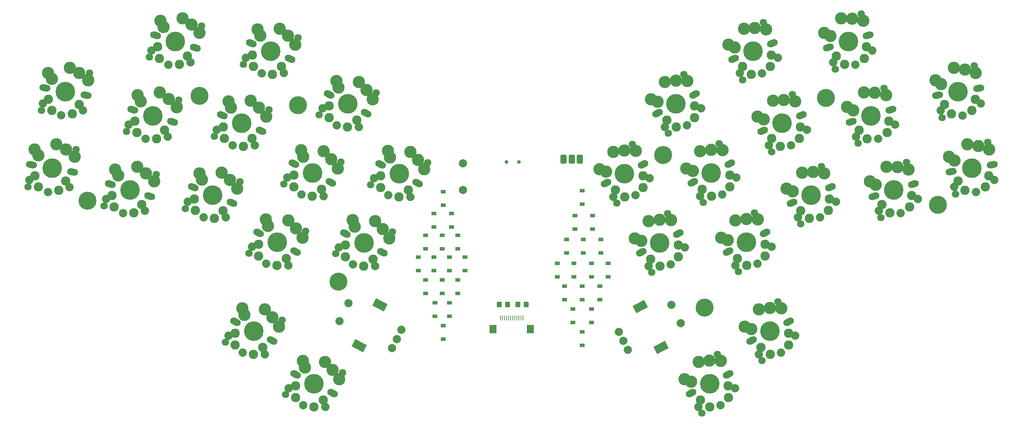
<source format=gbr>
%TF.GenerationSoftware,KiCad,Pcbnew,(6.0.4)*%
%TF.CreationDate,2022-08-23T16:04:26+02:00*%
%TF.ProjectId,Asfoora,4173666f-6f72-4612-9e6b-696361645f70,rev?*%
%TF.SameCoordinates,Original*%
%TF.FileFunction,Soldermask,Top*%
%TF.FilePolarity,Negative*%
%FSLAX46Y46*%
G04 Gerber Fmt 4.6, Leading zero omitted, Abs format (unit mm)*
G04 Created by KiCad (PCBNEW (6.0.4)) date 2022-08-23 16:04:26*
%MOMM*%
%LPD*%
G01*
G04 APERTURE LIST*
G04 Aperture macros list*
%AMRoundRect*
0 Rectangle with rounded corners*
0 $1 Rounding radius*
0 $2 $3 $4 $5 $6 $7 $8 $9 X,Y pos of 4 corners*
0 Add a 4 corners polygon primitive as box body*
4,1,4,$2,$3,$4,$5,$6,$7,$8,$9,$2,$3,0*
0 Add four circle primitives for the rounded corners*
1,1,$1+$1,$2,$3*
1,1,$1+$1,$4,$5*
1,1,$1+$1,$6,$7*
1,1,$1+$1,$8,$9*
0 Add four rect primitives between the rounded corners*
20,1,$1+$1,$2,$3,$4,$5,0*
20,1,$1+$1,$4,$5,$6,$7,0*
20,1,$1+$1,$6,$7,$8,$9,0*
20,1,$1+$1,$8,$9,$2,$3,0*%
%AMHorizOval*
0 Thick line with rounded ends*
0 $1 width*
0 $2 $3 position (X,Y) of the first rounded end (center of the circle)*
0 $4 $5 position (X,Y) of the second rounded end (center of the circle)*
0 Add line between two ends*
20,1,$1,$2,$3,$4,$5,0*
0 Add two circle primitives to create the rounded ends*
1,1,$1,$2,$3*
1,1,$1,$4,$5*%
%AMRotRect*
0 Rectangle, with rotation*
0 The origin of the aperture is its center*
0 $1 length*
0 $2 width*
0 $3 Rotation angle, in degrees counterclockwise*
0 Add horizontal line*
21,1,$1,$2,0,0,$3*%
G04 Aperture macros list end*
%ADD10C,0.700000*%
%ADD11C,4.400000*%
%ADD12C,3.000000*%
%ADD13C,4.800000*%
%ADD14HorizOval,1.701800X0.492404X-0.086824X-0.492404X0.086824X0*%
%ADD15C,1.800000*%
%ADD16HorizOval,1.706624X0.490029X-0.086405X-0.490029X0.086405X0*%
%ADD17C,2.032000*%
%ADD18C,2.286000*%
%ADD19HorizOval,1.706624X0.443354X0.225900X-0.443354X-0.225900X0*%
%ADD20HorizOval,1.701800X0.445503X0.226995X-0.445503X-0.226995X0*%
%ADD21R,1.200000X0.900000*%
%ADD22RoundRect,0.250000X0.350000X0.450000X-0.350000X0.450000X-0.350000X-0.450000X0.350000X-0.450000X0*%
%ADD23HorizOval,1.701800X0.463592X-0.187303X-0.463592X0.187303X0*%
%ADD24HorizOval,1.706624X0.461356X-0.186400X-0.461356X0.186400X0*%
%ADD25HorizOval,1.706624X0.443354X-0.225900X-0.443354X0.225900X0*%
%ADD26HorizOval,1.701800X0.445503X-0.226995X-0.445503X0.226995X0*%
%ADD27R,0.280000X1.250000*%
%ADD28R,1.800000X2.000000*%
%ADD29C,2.000000*%
%ADD30RotRect,3.200000X2.000000X27.000000*%
%ADD31HorizOval,1.701800X0.478152X0.146186X-0.478152X-0.146186X0*%
%ADD32HorizOval,1.706624X0.475846X0.145481X-0.475846X-0.145481X0*%
%ADD33HorizOval,1.701800X0.463592X0.187303X-0.463592X-0.187303X0*%
%ADD34HorizOval,1.706624X0.461356X0.186400X-0.461356X-0.186400X0*%
%ADD35RoundRect,0.250000X-0.350000X-0.450000X0.350000X-0.450000X0.350000X0.450000X-0.350000X0.450000X0*%
%ADD36HorizOval,1.706624X0.490029X0.086405X-0.490029X-0.086405X0*%
%ADD37HorizOval,1.701800X0.492404X0.086824X-0.492404X-0.086824X0*%
%ADD38HorizOval,1.706624X0.475846X-0.145481X-0.475846X0.145481X0*%
%ADD39HorizOval,1.701800X0.478152X-0.146186X-0.478152X0.146186X0*%
%ADD40RotRect,3.200000X2.000000X153.000000*%
%ADD41RoundRect,0.375000X0.375000X0.750000X-0.375000X0.750000X-0.375000X-0.750000X0.375000X-0.750000X0*%
%ADD42C,0.900000*%
G04 APERTURE END LIST*
D10*
%TO.C,*%
X102234000Y-59436000D03*
X101750726Y-60602726D03*
X101750726Y-58269274D03*
X100584000Y-61086000D03*
X99417274Y-58269274D03*
D11*
X100584000Y-59436000D03*
D10*
X98934000Y-59436000D03*
X100584000Y-57786000D03*
X99417274Y-60602726D03*
%TD*%
%TO.C,*%
X50672000Y-82804000D03*
X50188726Y-83970726D03*
X50188726Y-81637274D03*
X49022000Y-84454000D03*
X47855274Y-81637274D03*
D11*
X49022000Y-82804000D03*
D10*
X47372000Y-82804000D03*
X49022000Y-81154000D03*
X47855274Y-83970726D03*
%TD*%
%TO.C,*%
X258952000Y-83820000D03*
X258468726Y-84986726D03*
X258468726Y-82653274D03*
X257302000Y-85470000D03*
X256135274Y-82653274D03*
D11*
X257302000Y-83820000D03*
D10*
X255652000Y-83820000D03*
X257302000Y-82170000D03*
X256135274Y-84986726D03*
%TD*%
%TO.C,*%
X191642000Y-71628000D03*
X191158726Y-72794726D03*
X191158726Y-70461274D03*
X189992000Y-73278000D03*
X188825274Y-70461274D03*
D11*
X189992000Y-71628000D03*
D10*
X188342000Y-71628000D03*
X189992000Y-69978000D03*
X188825274Y-72794726D03*
%TD*%
%TO.C,*%
X78104000Y-57150000D03*
X77620726Y-58316726D03*
X77620726Y-55983274D03*
X76454000Y-58800000D03*
X75287274Y-55983274D03*
D11*
X76454000Y-57150000D03*
D10*
X74804000Y-57150000D03*
X76454000Y-55500000D03*
X75287274Y-58316726D03*
%TD*%
%TO.C,*%
X231520000Y-57658000D03*
X231036726Y-58824726D03*
X231036726Y-56491274D03*
X229870000Y-59308000D03*
X228703274Y-56491274D03*
D11*
X229870000Y-57658000D03*
D10*
X228220000Y-57658000D03*
X229870000Y-56008000D03*
X228703274Y-58824726D03*
%TD*%
%TO.C,*%
X201802000Y-108966000D03*
X201318726Y-110132726D03*
X201318726Y-107799274D03*
X200152000Y-110616000D03*
X198985274Y-107799274D03*
D11*
X200152000Y-108966000D03*
D10*
X198502000Y-108966000D03*
X200152000Y-107316000D03*
X198985274Y-110132726D03*
%TD*%
%TO.C,*%
X111656726Y-101449274D03*
X110490000Y-100966000D03*
X110490000Y-104266000D03*
X109323274Y-103782726D03*
D11*
X110490000Y-102616000D03*
D10*
X109323274Y-101449274D03*
X111656726Y-103782726D03*
X112140000Y-102616000D03*
X108840000Y-102616000D03*
%TD*%
D12*
%TO.C,SW11*%
X45922887Y-72060459D03*
X36074810Y-70323977D03*
X41380874Y-69025640D03*
D13*
X40348853Y-74884792D03*
D12*
X45919937Y-72063297D03*
X43728262Y-70326328D03*
D14*
X45347541Y-75770218D03*
D15*
X34461066Y-79482234D03*
D16*
X35342582Y-74002051D03*
D12*
X37033667Y-71725074D03*
X41377925Y-69028479D03*
D15*
X46236639Y-70287350D03*
D17*
X34763766Y-77759275D03*
D18*
X43658719Y-78048257D03*
X36154484Y-76725058D03*
D17*
X44611843Y-79495756D03*
D18*
X36964123Y-79447003D03*
D17*
X39323144Y-80695612D03*
D18*
X41966947Y-80329136D03*
%TD*%
D19*
%TO.C,SW24*%
X211628104Y-117057300D03*
D12*
X213454972Y-109453069D03*
X209999366Y-113679194D03*
D15*
X218092921Y-107534401D03*
D12*
X216113100Y-109075109D03*
D13*
X216157535Y-114749440D03*
D12*
X218909431Y-109139289D03*
X213455619Y-109449027D03*
X218908783Y-109143331D03*
D20*
X220682528Y-112448286D03*
D12*
X211608344Y-114221105D03*
D15*
X214222150Y-121964478D03*
D18*
X220704733Y-115283968D03*
X213915263Y-118743376D03*
D17*
X222337059Y-115866388D03*
X213426994Y-120406293D03*
D18*
X220726291Y-118123693D03*
D17*
X218835406Y-120007454D03*
D18*
X216199977Y-120429965D03*
%TD*%
D21*
%TO.C,D27*%
X170180000Y-103760000D03*
X170180000Y-107060000D03*
%TD*%
D22*
%TO.C,R1*%
X151892000Y-108204000D03*
X149892000Y-108204000D03*
%TD*%
D21*
%TO.C,D16*%
X136144000Y-113412000D03*
X136144000Y-116712000D03*
%TD*%
D20*
%TO.C,SW20*%
X205909859Y-125306387D03*
D13*
X201384866Y-127607541D03*
D12*
X204136114Y-122001432D03*
D15*
X203320252Y-120392502D03*
D12*
X204136762Y-121997390D03*
X198682303Y-122311170D03*
X196835675Y-127079206D03*
X195226697Y-126537295D03*
D19*
X196855435Y-129915401D03*
D12*
X201340431Y-121933210D03*
X198682950Y-122307128D03*
D15*
X199449481Y-134822579D03*
D18*
X199142594Y-131601477D03*
D17*
X207564390Y-128724489D03*
X198654325Y-133264394D03*
D18*
X205932064Y-128142069D03*
X205953622Y-130981794D03*
X201427308Y-133288066D03*
D17*
X204062737Y-132865555D03*
%TD*%
D21*
%TO.C,D7*%
X133858000Y-96648000D03*
X133858000Y-99948000D03*
%TD*%
%TO.C,D2*%
X133858000Y-85980000D03*
X133858000Y-89280000D03*
%TD*%
%TO.C,D29*%
X164084000Y-98172000D03*
X164084000Y-101472000D03*
%TD*%
D13*
%TO.C,SW22*%
X201776206Y-76061718D03*
D15*
X203711592Y-68846679D03*
D12*
X201731771Y-70387387D03*
X199073643Y-70765347D03*
X204528102Y-70451567D03*
D15*
X199840821Y-83276756D03*
D12*
X199074290Y-70761305D03*
X197227015Y-75533383D03*
D20*
X206301199Y-73760564D03*
D12*
X204527454Y-70455609D03*
D19*
X197246775Y-78369578D03*
D12*
X195618037Y-74991472D03*
D18*
X206323404Y-76596246D03*
D17*
X199045665Y-81718571D03*
X207955730Y-77178666D03*
D18*
X199533934Y-80055654D03*
D17*
X204454077Y-81319732D03*
D18*
X206344962Y-79435971D03*
X201818648Y-81742243D03*
%TD*%
D21*
%TO.C,D21*%
X168402000Y-86488000D03*
X168402000Y-89788000D03*
%TD*%
%TO.C,D20*%
X176530000Y-98172000D03*
X176530000Y-101472000D03*
%TD*%
D12*
%TO.C,SW5*%
X91309740Y-42460906D03*
X98148858Y-42484611D03*
D15*
X100610525Y-42968005D03*
D12*
X99934979Y-44637135D03*
D23*
X98600904Y-48146205D03*
D12*
X96123195Y-40724296D03*
X90663141Y-40891069D03*
D15*
X87180553Y-49513680D03*
D13*
X93895539Y-46240843D03*
D12*
X96119719Y-40726460D03*
D24*
X89182200Y-44336530D03*
D12*
X99931504Y-44639298D03*
D17*
X97106700Y-51637372D03*
D18*
X96475355Y-50023339D03*
X89410214Y-47168836D03*
D17*
X87834861Y-47891306D03*
D18*
X89636237Y-49999634D03*
X94346331Y-51902635D03*
D17*
X91684107Y-51711425D03*
%TD*%
D21*
%TO.C,D23*%
X172466000Y-98172000D03*
X172466000Y-101472000D03*
%TD*%
D12*
%TO.C,SW8*%
X118905834Y-58066728D03*
X109995769Y-53526824D03*
D15*
X105774924Y-61813095D03*
D12*
X110503088Y-55147042D03*
D13*
X112749604Y-59137962D03*
D12*
X115445930Y-53838413D03*
D25*
X108220172Y-56830101D03*
D15*
X119724284Y-56462828D03*
D12*
X117314115Y-55766725D03*
X118902184Y-58068580D03*
D26*
X117271000Y-61446174D03*
D12*
X115449581Y-53836561D03*
D17*
X115478207Y-64793827D03*
X106568141Y-60253922D03*
D18*
X108200467Y-59671502D03*
X114989937Y-63130910D03*
D17*
X110069794Y-64394988D03*
D18*
X108178910Y-62511227D03*
X112705223Y-64817499D03*
%TD*%
D27*
%TO.C,J1*%
X150158000Y-111550000D03*
X150658000Y-111550000D03*
X151158000Y-111550000D03*
X151658000Y-111550000D03*
X152158000Y-111550000D03*
X152658000Y-111550000D03*
X153158000Y-111550000D03*
X153658000Y-111550000D03*
X154158000Y-111550000D03*
X154658000Y-111550000D03*
X155158000Y-111550000D03*
X155658000Y-111550000D03*
D28*
X157458000Y-114274000D03*
X148358000Y-114274000D03*
%TD*%
D29*
%TO.C,SW33*%
X140970000Y-80212000D03*
X140970000Y-73712000D03*
%TD*%
D21*
%TO.C,D13*%
X141478000Y-96648000D03*
X141478000Y-99948000D03*
%TD*%
D29*
%TO.C,SW16*%
X179119418Y-114910907D03*
X181389370Y-119365940D03*
X180254394Y-117138424D03*
D30*
X189479290Y-118723132D03*
X184394596Y-108743858D03*
D29*
X194308965Y-112783078D03*
X192039012Y-108328045D03*
%TD*%
D12*
%TO.C,SW30*%
X239161610Y-56365231D03*
D13*
X240902071Y-62054302D03*
D15*
X237743210Y-68823652D03*
D12*
X244585012Y-57011112D03*
X239160270Y-56369100D03*
X241843648Y-56458461D03*
D15*
X244060932Y-55284952D03*
D12*
X244586352Y-57007244D03*
D31*
X245757910Y-60573865D03*
D32*
X236040696Y-63540573D03*
D12*
X235023304Y-59930961D03*
X236513737Y-60744035D03*
D18*
X238000324Y-65598195D03*
D17*
X237230710Y-67151061D03*
X246793758Y-64227344D03*
D18*
X245287367Y-63370322D03*
X244815484Y-66170648D03*
D17*
X242626214Y-67697442D03*
D18*
X239957456Y-67655897D03*
%TD*%
D12*
%TO.C,SW19*%
X110671354Y-126541675D03*
X102268608Y-123621989D03*
X107211450Y-122313360D03*
X107215101Y-122311508D03*
D15*
X111489804Y-124937775D03*
X97540444Y-130288042D03*
D12*
X101761289Y-122001771D03*
X110667704Y-126543527D03*
D25*
X99985692Y-125305048D03*
D13*
X104515124Y-127612909D03*
D26*
X109036520Y-129921121D03*
D12*
X109079635Y-124241672D03*
D18*
X99965987Y-128146449D03*
D17*
X98333661Y-128728869D03*
X107243727Y-133268774D03*
D18*
X106755457Y-131605857D03*
D17*
X101835314Y-132869935D03*
D18*
X104470743Y-133292446D03*
X99944430Y-130986174D03*
%TD*%
D21*
%TO.C,D3*%
X131826000Y-91314000D03*
X131826000Y-94614000D03*
%TD*%
D12*
%TO.C,SW25*%
X215235259Y-40887455D03*
X209775205Y-40720682D03*
D33*
X216713211Y-44338396D03*
D12*
X215234262Y-40891425D03*
D15*
X214561731Y-39217510D03*
D12*
X207519046Y-45313601D03*
D13*
X212004878Y-46236413D03*
D15*
X209448026Y-53255317D03*
D12*
X212455162Y-40579802D03*
D34*
X207291539Y-48140726D03*
D12*
X209774208Y-40724653D03*
X205963421Y-44633521D03*
D18*
X209423044Y-50019724D03*
X216488185Y-47165222D03*
D17*
X208791700Y-51633758D03*
X218063538Y-47887692D03*
D18*
X216262163Y-49996020D03*
X211552069Y-51899021D03*
D17*
X214214293Y-51707811D03*
%TD*%
D12*
%TO.C,SW6*%
X89005670Y-58340789D03*
X92817454Y-62253628D03*
D13*
X86778014Y-63857336D03*
D12*
X84192215Y-60077399D03*
X91031333Y-60101104D03*
D23*
X91483379Y-65762698D03*
D12*
X92813979Y-62255791D03*
D15*
X80063028Y-67130173D03*
D12*
X83545616Y-58507562D03*
D15*
X93493000Y-60584498D03*
D12*
X89002194Y-58342953D03*
D24*
X82064675Y-61953023D03*
D17*
X89989175Y-69253865D03*
D18*
X82292689Y-64785329D03*
X89357830Y-67639832D03*
D17*
X80717336Y-65507799D03*
X84566582Y-69327918D03*
D18*
X87228806Y-69519128D03*
X82518712Y-67616127D03*
%TD*%
D15*
%TO.C,SW10*%
X102472645Y-90321076D03*
D26*
X100019361Y-95304422D03*
D12*
X98197942Y-87694809D03*
X101654195Y-91924976D03*
D13*
X95497965Y-92996210D03*
D12*
X101650545Y-91926828D03*
D25*
X90968533Y-90688349D03*
D12*
X100062476Y-89624973D03*
X92744130Y-87385072D03*
X93251449Y-89005290D03*
D15*
X88523285Y-95671343D03*
D12*
X98194291Y-87696661D03*
D18*
X97738298Y-96989158D03*
X90948828Y-93529750D03*
D17*
X89316502Y-94112170D03*
X98226568Y-98652075D03*
X92818155Y-98253236D03*
D18*
X90927271Y-96369475D03*
X95453584Y-98675747D03*
%TD*%
D21*
%TO.C,D24*%
X174498000Y-103760000D03*
X174498000Y-107060000D03*
%TD*%
D35*
%TO.C,R2*%
X154464000Y-108204000D03*
X156464000Y-108204000D03*
%TD*%
D21*
%TO.C,D9*%
X139700000Y-91314000D03*
X139700000Y-94614000D03*
%TD*%
%TO.C,D18*%
X172720000Y-86488000D03*
X172720000Y-89788000D03*
%TD*%
D12*
%TO.C,SW32*%
X259975745Y-72059163D03*
D36*
X260545652Y-75765859D03*
D37*
X270551986Y-74005494D03*
D12*
X267168442Y-69443737D03*
D15*
X269512213Y-68549194D03*
D12*
X269822021Y-70326357D03*
X261355979Y-73047815D03*
D13*
X265551922Y-74883118D03*
D12*
X264517757Y-69024344D03*
X264515956Y-69028021D03*
X269823822Y-70322681D03*
D15*
X261591631Y-81217042D03*
D17*
X261286788Y-79494461D03*
D18*
X262239913Y-78046962D03*
X269744148Y-76723763D03*
D17*
X271134866Y-77757979D03*
X266575488Y-80694316D03*
D18*
X268934508Y-79445707D03*
X263931685Y-80327840D03*
%TD*%
D15*
%TO.C,SW27*%
X228796781Y-74450496D03*
D33*
X230948261Y-79571382D03*
D12*
X229469312Y-76124411D03*
D34*
X221526589Y-83373712D03*
D12*
X221754096Y-80546587D03*
X224010255Y-75953668D03*
X226690212Y-75812788D03*
D13*
X226239928Y-81469399D03*
D12*
X220198471Y-79866507D03*
X224009258Y-75957639D03*
X229470309Y-76120441D03*
D15*
X223683076Y-88488303D03*
D18*
X230723235Y-82398208D03*
X223658094Y-85252710D03*
D17*
X232298588Y-83120678D03*
X223026750Y-86866744D03*
D18*
X225787119Y-87132007D03*
D17*
X228449343Y-86940797D03*
D18*
X230497213Y-85229006D03*
%TD*%
D21*
%TO.C,D5*%
X138176000Y-85980000D03*
X138176000Y-89280000D03*
%TD*%
%TO.C,D6*%
X135890000Y-91314000D03*
X135890000Y-94614000D03*
%TD*%
D12*
%TO.C,SW14*%
X61178735Y-74540300D03*
D15*
X53039441Y-84073181D03*
D38*
X54582253Y-78741277D03*
D15*
X65847815Y-76381916D03*
D12*
X55757267Y-75179854D03*
D39*
X64297151Y-81715561D03*
D12*
X63353385Y-76114909D03*
D13*
X59443628Y-80227548D03*
D12*
X65320314Y-78103571D03*
X56538226Y-76687363D03*
X65317041Y-78106029D03*
X61182008Y-74537841D03*
D18*
X62343294Y-83770805D03*
D17*
X63112908Y-85323671D03*
D18*
X55056252Y-81542933D03*
D17*
X53549861Y-82399954D03*
X57717404Y-85870053D03*
D18*
X60386163Y-85828507D03*
X55528134Y-84343259D03*
%TD*%
D12*
%TO.C,SW2*%
X67648350Y-40347782D03*
D15*
X64149565Y-47733600D03*
D12*
X74463509Y-39775328D03*
D39*
X75407275Y-45375980D03*
D12*
X72288859Y-38200719D03*
X72292132Y-38198260D03*
X66867391Y-38840273D03*
X76430438Y-41763990D03*
X76427165Y-41766448D03*
D13*
X70553752Y-43887967D03*
D15*
X76957939Y-40042335D03*
D38*
X65692377Y-42401696D03*
D18*
X73453418Y-47431224D03*
D17*
X64659985Y-46060373D03*
X74223032Y-48984090D03*
D18*
X66166376Y-45203352D03*
X66638258Y-48003678D03*
X71496287Y-49488926D03*
D17*
X68827528Y-49530472D03*
%TD*%
D12*
%TO.C,SW15*%
X95898685Y-113683574D03*
X94306966Y-111383571D03*
D13*
X89742455Y-114754808D03*
D15*
X82767775Y-117429941D03*
D25*
X85213023Y-112446947D03*
D12*
X87495939Y-110763888D03*
D26*
X94263851Y-117063020D03*
D12*
X86988620Y-109143670D03*
X92438781Y-109455259D03*
X92442432Y-109453407D03*
X95895035Y-113685426D03*
D15*
X96717135Y-112079674D03*
D18*
X85193318Y-115288348D03*
D17*
X83560992Y-115870768D03*
X92471058Y-120410673D03*
D18*
X91982788Y-118747756D03*
X85171761Y-118128073D03*
X89698074Y-120434345D03*
D17*
X87062645Y-120011834D03*
%TD*%
D21*
%TO.C,D12*%
X134112000Y-107824000D03*
X134112000Y-111124000D03*
%TD*%
%TO.C,D30*%
X165862000Y-103760000D03*
X165862000Y-107060000D03*
%TD*%
%TO.C,D4*%
X130048000Y-96648000D03*
X130048000Y-99948000D03*
%TD*%
D29*
%TO.C,SW1*%
X123622812Y-118916489D03*
X125892764Y-114461456D03*
X124757788Y-116688973D03*
D40*
X115532892Y-118273681D03*
X120617586Y-108294407D03*
D29*
X112973170Y-107878594D03*
X110703217Y-112333627D03*
%TD*%
D21*
%TO.C,D8*%
X131826000Y-102236000D03*
X131826000Y-105536000D03*
%TD*%
%TO.C,D1*%
X136144000Y-80646000D03*
X136144000Y-83946000D03*
%TD*%
D12*
%TO.C,SW18*%
X183001823Y-92081853D03*
X186458076Y-87851686D03*
X186457429Y-87855728D03*
X184610801Y-92623764D03*
D15*
X187224607Y-100367137D03*
D12*
X191911888Y-87541948D03*
X191911240Y-87545990D03*
D13*
X189159992Y-93152099D03*
D20*
X193684985Y-90850945D03*
D12*
X189115557Y-87477768D03*
D19*
X184630561Y-95459959D03*
D15*
X191095378Y-85937060D03*
D17*
X195339516Y-94269047D03*
D18*
X186917720Y-97146035D03*
X193707190Y-93686627D03*
D17*
X186429451Y-98808952D03*
X191837863Y-98410113D03*
D18*
X193728748Y-96526352D03*
X189202434Y-98832624D03*
%TD*%
D21*
%TO.C,D14*%
X139700000Y-102236000D03*
X139700000Y-105536000D03*
%TD*%
D12*
%TO.C,SW4*%
X44671152Y-50297217D03*
D14*
X48637819Y-57041795D03*
D15*
X37751344Y-60753811D03*
D12*
X39365088Y-51595554D03*
D13*
X43639131Y-56156369D03*
D12*
X44668203Y-50300056D03*
X40323945Y-52996651D03*
X47018540Y-51597905D03*
X49210215Y-53334874D03*
D15*
X49526917Y-51558927D03*
D12*
X49213165Y-53332036D03*
D16*
X38632860Y-55273628D03*
D17*
X47902121Y-60767333D03*
D18*
X46948997Y-59319834D03*
X39444762Y-57996635D03*
D17*
X38054044Y-59030852D03*
D18*
X45257225Y-61600713D03*
X40254401Y-60718580D03*
D17*
X42613422Y-61967189D03*
%TD*%
D13*
%TO.C,SW7*%
X79660489Y-81473829D03*
D12*
X81884669Y-75959446D03*
X83913808Y-77717597D03*
X81888145Y-75957282D03*
X77074690Y-77693892D03*
D24*
X74947150Y-79569516D03*
D15*
X86375475Y-78200991D03*
D12*
X76428091Y-76124055D03*
X85696454Y-79872284D03*
D23*
X84365854Y-83379191D03*
D15*
X72945503Y-84746666D03*
D12*
X85699929Y-79870121D03*
D17*
X73599811Y-83124292D03*
D18*
X82240305Y-85256325D03*
X75175164Y-82401822D03*
D17*
X82871650Y-86870358D03*
D18*
X80111281Y-87135621D03*
D17*
X77449057Y-86944411D03*
D18*
X75401187Y-85232620D03*
%TD*%
D21*
%TO.C,D19*%
X174752000Y-92330000D03*
X174752000Y-95630000D03*
%TD*%
D12*
%TO.C,SW29*%
X236288586Y-38288670D03*
X233606548Y-38195440D03*
X229468242Y-41761170D03*
D32*
X230485634Y-45370782D03*
D12*
X230958675Y-42574244D03*
X239031290Y-38837453D03*
D13*
X235347009Y-43884511D03*
D12*
X233605208Y-38199309D03*
D15*
X232188148Y-50653861D03*
X238505870Y-37115161D03*
D12*
X239029950Y-38841321D03*
D31*
X240202848Y-42404074D03*
D17*
X241238696Y-46057553D03*
D18*
X232445262Y-47428404D03*
D17*
X231675648Y-48981270D03*
D18*
X239732305Y-45200531D03*
D17*
X237071152Y-49527651D03*
D18*
X239260422Y-48000857D03*
X234402394Y-49486106D03*
%TD*%
D21*
%TO.C,D15*%
X137668000Y-107824000D03*
X137668000Y-111124000D03*
%TD*%
D15*
%TO.C,SW9*%
X97149104Y-78742219D03*
D12*
X108688295Y-72695849D03*
X110280014Y-74995852D03*
D26*
X108645180Y-78375298D03*
D13*
X104123784Y-76067086D03*
D25*
X99594352Y-73759225D03*
D12*
X106823761Y-70765685D03*
X110276364Y-74997704D03*
X101369949Y-70455948D03*
D15*
X111098464Y-73391952D03*
D12*
X106820110Y-70767537D03*
X101877268Y-72076166D03*
D18*
X106364117Y-80060034D03*
D17*
X97942321Y-77183046D03*
D18*
X99574647Y-76600626D03*
D17*
X106852387Y-81722951D03*
X101443974Y-81324112D03*
D18*
X99553090Y-79440351D03*
X104079403Y-81746623D03*
%TD*%
D15*
%TO.C,SW12*%
X118391138Y-78903476D03*
D26*
X129887214Y-78536555D03*
D12*
X128065795Y-70926942D03*
X128062144Y-70928794D03*
D25*
X120836386Y-73920482D03*
D12*
X131518398Y-75158961D03*
X123119302Y-72237423D03*
X129930329Y-72857106D03*
D15*
X132340498Y-73553209D03*
D13*
X125365818Y-76228343D03*
D12*
X131522048Y-75157109D03*
X122611983Y-70617205D03*
D18*
X120816681Y-76761883D03*
D17*
X119184355Y-77344303D03*
D18*
X127606151Y-80221291D03*
D17*
X128094421Y-81884208D03*
D18*
X125321437Y-81907880D03*
D17*
X122686008Y-81485369D03*
D18*
X120795124Y-79601608D03*
%TD*%
D21*
%TO.C,D17*%
X170180000Y-80392000D03*
X170180000Y-83692000D03*
%TD*%
%TO.C,D10*%
X137668000Y-96648000D03*
X137668000Y-99948000D03*
%TD*%
%TO.C,D31*%
X167894000Y-109348000D03*
X167894000Y-112648000D03*
%TD*%
%TO.C,D11*%
X135890000Y-102236000D03*
X135890000Y-105536000D03*
%TD*%
%TO.C,D32*%
X170180000Y-114936000D03*
X170180000Y-118236000D03*
%TD*%
%TO.C,D22*%
X170434000Y-92330000D03*
X170434000Y-95630000D03*
%TD*%
%TO.C,D26*%
X168148000Y-98172000D03*
X168148000Y-101472000D03*
%TD*%
D19*
%TO.C,SW17*%
X176004741Y-78530835D03*
D12*
X177831609Y-70926604D03*
X174376003Y-75152729D03*
X183286068Y-70612824D03*
X177832256Y-70922562D03*
D13*
X180534172Y-76222975D03*
D12*
X183285420Y-70616866D03*
D15*
X182469558Y-69007936D03*
X178598787Y-83438013D03*
D12*
X180489737Y-70548644D03*
D20*
X185059165Y-73921821D03*
D12*
X175984981Y-75694640D03*
D18*
X178291900Y-80216911D03*
D17*
X186713696Y-77339923D03*
X177803631Y-81879828D03*
D18*
X185081370Y-76757503D03*
X185102928Y-79597228D03*
X180576614Y-81903500D03*
D17*
X183212043Y-81480989D03*
%TD*%
D15*
%TO.C,SW21*%
X195085772Y-51917555D03*
D20*
X197675379Y-56831440D03*
D13*
X193150386Y-59132594D03*
D12*
X195902282Y-53522443D03*
X195901634Y-53526485D03*
X190448470Y-53832181D03*
D19*
X188620955Y-61440454D03*
D12*
X190447823Y-53836223D03*
X193105951Y-53458263D03*
D15*
X191215001Y-66347632D03*
D12*
X188601195Y-58604259D03*
X186992217Y-58062348D03*
D18*
X197697584Y-59667122D03*
D17*
X199329910Y-60249542D03*
X190419845Y-64789447D03*
D18*
X190908114Y-63126530D03*
X193192828Y-64813119D03*
X197719142Y-62506847D03*
D17*
X195828257Y-64390608D03*
%TD*%
D21*
%TO.C,D25*%
X166370000Y-92330000D03*
X166370000Y-95630000D03*
%TD*%
D12*
%TO.C,SW31*%
X263863176Y-50728571D03*
D15*
X258286365Y-62501876D03*
D13*
X262246656Y-56167952D03*
D12*
X266518556Y-51607515D03*
D36*
X257240386Y-57050693D03*
D37*
X267246720Y-55290328D03*
D12*
X261210690Y-50312855D03*
X266516755Y-51611191D03*
X258050713Y-54332649D03*
D15*
X266206947Y-49834028D03*
D12*
X261212491Y-50309178D03*
X256670479Y-53343997D03*
D18*
X258934647Y-59331796D03*
D17*
X267829600Y-59042813D03*
D18*
X266438882Y-58008597D03*
D17*
X257981522Y-60779295D03*
X263270222Y-61979150D03*
D18*
X260626419Y-61612674D03*
X265629242Y-60730541D03*
%TD*%
D12*
%TO.C,SW26*%
X214636571Y-62930094D03*
X216891733Y-58341146D03*
X222352784Y-58503948D03*
D13*
X219122403Y-63852906D03*
D15*
X216565551Y-70871810D03*
D12*
X222351787Y-58507918D03*
D15*
X221679256Y-56834003D03*
D12*
X213080946Y-62250014D03*
X219572687Y-58196295D03*
D34*
X214409064Y-65757219D03*
D33*
X223830736Y-61954889D03*
D12*
X216892730Y-58337175D03*
D17*
X225181063Y-65504185D03*
X215909225Y-69250251D03*
D18*
X223605710Y-64781715D03*
X216540569Y-67636217D03*
D17*
X221331818Y-69324304D03*
D18*
X218669594Y-69515514D03*
X223379688Y-67612513D03*
%TD*%
D31*
%TO.C,SW28*%
X251312972Y-78743655D03*
D12*
X247398710Y-74628251D03*
D32*
X241595758Y-81710363D03*
D12*
X244715332Y-74538890D03*
D13*
X246457133Y-80224092D03*
D12*
X250140074Y-75180902D03*
D15*
X243298272Y-86993442D03*
D12*
X250141414Y-75177034D03*
X244716672Y-74535021D03*
X242068799Y-78913825D03*
X240578366Y-78100751D03*
D15*
X249615994Y-73454742D03*
D18*
X243555386Y-83767985D03*
X250842429Y-81540112D03*
D17*
X242785772Y-85320851D03*
X252348820Y-82397134D03*
X248181276Y-85867232D03*
D18*
X250370546Y-84340438D03*
X245512518Y-85825687D03*
%TD*%
D12*
%TO.C,SW3*%
X66734121Y-56370890D03*
X61312653Y-57010444D03*
X70875700Y-59934161D03*
X70872427Y-59936619D03*
D15*
X58594827Y-65903771D03*
D38*
X60137639Y-60571867D03*
D12*
X62093612Y-58517953D03*
D15*
X71403201Y-58212506D03*
D12*
X66737394Y-56368431D03*
D39*
X69852537Y-63546151D03*
D12*
X68908771Y-57945499D03*
D13*
X64999014Y-62058138D03*
D17*
X59105247Y-64230544D03*
D18*
X67898680Y-65601395D03*
X60611638Y-63373523D03*
D17*
X68668294Y-67154261D03*
X63272790Y-67700643D03*
D18*
X65941549Y-67659097D03*
X61083520Y-66173849D03*
%TD*%
D41*
%TO.C,PAD1*%
X165608000Y-72644000D03*
X167608000Y-72644000D03*
X169608000Y-72644000D03*
%TD*%
D12*
%TO.C,SW23*%
X210357590Y-87316511D03*
D13*
X210402025Y-92990842D03*
D12*
X205852834Y-92462507D03*
D19*
X205872594Y-95298702D03*
D12*
X207700109Y-87690429D03*
D20*
X214927018Y-90689688D03*
D15*
X208466640Y-100205880D03*
D12*
X204243856Y-91920596D03*
D15*
X212337411Y-85775803D03*
D12*
X213153921Y-87380691D03*
X213153273Y-87384733D03*
X207699462Y-87694471D03*
D17*
X207671484Y-98647695D03*
X216581549Y-94107790D03*
D18*
X214949223Y-93525370D03*
X208159753Y-96984778D03*
D17*
X213079896Y-98248856D03*
D18*
X214970781Y-96365095D03*
X210444467Y-98671367D03*
%TD*%
D15*
%TO.C,SW13*%
X109765318Y-95832600D03*
D12*
X114493482Y-89166547D03*
D13*
X116739998Y-93157467D03*
D12*
X122892578Y-92088085D03*
X119436324Y-87857918D03*
D15*
X123714678Y-90482333D03*
D12*
X122896228Y-92086233D03*
D25*
X112210566Y-90849606D03*
D12*
X119439975Y-87856066D03*
D26*
X121261394Y-95465679D03*
D12*
X121304509Y-89786230D03*
X113986163Y-87546329D03*
D17*
X110558535Y-94273427D03*
D18*
X118980331Y-97150415D03*
X112190861Y-93691007D03*
D17*
X119468601Y-98813332D03*
D18*
X112169304Y-96530732D03*
D17*
X114060188Y-98414493D03*
D18*
X116695617Y-98837004D03*
%TD*%
D21*
%TO.C,D28*%
X172466000Y-109348000D03*
X172466000Y-112648000D03*
%TD*%
D42*
%TO.C,SW34*%
X151662000Y-73330000D03*
X154662000Y-73330000D03*
%TD*%
M02*

</source>
